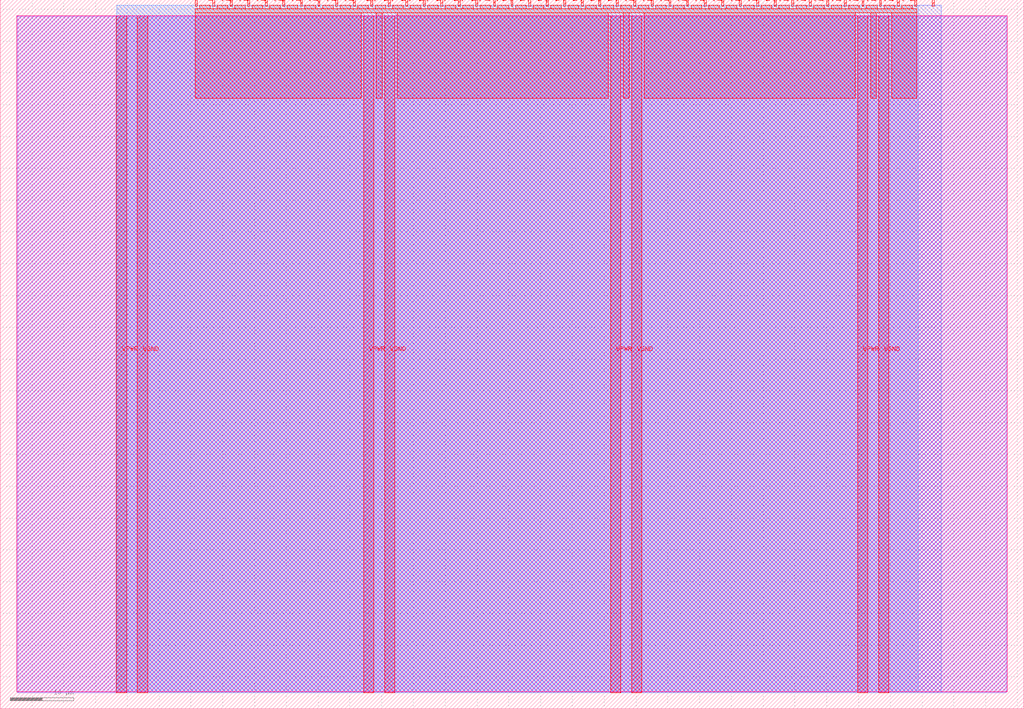
<source format=lef>
VERSION 5.7 ;
  NOWIREEXTENSIONATPIN ON ;
  DIVIDERCHAR "/" ;
  BUSBITCHARS "[]" ;
MACRO tt_um_chip4lyfe
  CLASS BLOCK ;
  FOREIGN tt_um_chip4lyfe ;
  ORIGIN 0.000 0.000 ;
  SIZE 161.000 BY 111.520 ;
  PIN VGND
    DIRECTION INOUT ;
    USE GROUND ;
    PORT
      LAYER met4 ;
        RECT 21.580 2.480 23.180 109.040 ;
    END
    PORT
      LAYER met4 ;
        RECT 60.450 2.480 62.050 109.040 ;
    END
    PORT
      LAYER met4 ;
        RECT 99.320 2.480 100.920 109.040 ;
    END
    PORT
      LAYER met4 ;
        RECT 138.190 2.480 139.790 109.040 ;
    END
  END VGND
  PIN VPWR
    DIRECTION INOUT ;
    USE POWER ;
    PORT
      LAYER met4 ;
        RECT 18.280 2.480 19.880 109.040 ;
    END
    PORT
      LAYER met4 ;
        RECT 57.150 2.480 58.750 109.040 ;
    END
    PORT
      LAYER met4 ;
        RECT 96.020 2.480 97.620 109.040 ;
    END
    PORT
      LAYER met4 ;
        RECT 134.890 2.480 136.490 109.040 ;
    END
  END VPWR
  PIN clk
    DIRECTION INPUT ;
    USE SIGNAL ;
    ANTENNAGATEAREA 0.852000 ;
    PORT
      LAYER met4 ;
        RECT 143.830 110.520 144.130 111.520 ;
    END
  END clk
  PIN ena
    DIRECTION INPUT ;
    USE SIGNAL ;
    PORT
      LAYER met4 ;
        RECT 146.590 110.520 146.890 111.520 ;
    END
  END ena
  PIN rst_n
    DIRECTION INPUT ;
    USE SIGNAL ;
    ANTENNAGATEAREA 0.196500 ;
    PORT
      LAYER met4 ;
        RECT 141.070 110.520 141.370 111.520 ;
    END
  END rst_n
  PIN ui_in[0]
    DIRECTION INPUT ;
    USE SIGNAL ;
    ANTENNAGATEAREA 0.196500 ;
    PORT
      LAYER met4 ;
        RECT 138.310 110.520 138.610 111.520 ;
    END
  END ui_in[0]
  PIN ui_in[1]
    DIRECTION INPUT ;
    USE SIGNAL ;
    ANTENNAGATEAREA 0.196500 ;
    PORT
      LAYER met4 ;
        RECT 135.550 110.520 135.850 111.520 ;
    END
  END ui_in[1]
  PIN ui_in[2]
    DIRECTION INPUT ;
    USE SIGNAL ;
    ANTENNAGATEAREA 0.196500 ;
    PORT
      LAYER met4 ;
        RECT 132.790 110.520 133.090 111.520 ;
    END
  END ui_in[2]
  PIN ui_in[3]
    DIRECTION INPUT ;
    USE SIGNAL ;
    ANTENNAGATEAREA 0.196500 ;
    PORT
      LAYER met4 ;
        RECT 130.030 110.520 130.330 111.520 ;
    END
  END ui_in[3]
  PIN ui_in[4]
    DIRECTION INPUT ;
    USE SIGNAL ;
    ANTENNAGATEAREA 0.196500 ;
    PORT
      LAYER met4 ;
        RECT 127.270 110.520 127.570 111.520 ;
    END
  END ui_in[4]
  PIN ui_in[5]
    DIRECTION INPUT ;
    USE SIGNAL ;
    ANTENNAGATEAREA 0.196500 ;
    PORT
      LAYER met4 ;
        RECT 124.510 110.520 124.810 111.520 ;
    END
  END ui_in[5]
  PIN ui_in[6]
    DIRECTION INPUT ;
    USE SIGNAL ;
    ANTENNAGATEAREA 0.196500 ;
    PORT
      LAYER met4 ;
        RECT 121.750 110.520 122.050 111.520 ;
    END
  END ui_in[6]
  PIN ui_in[7]
    DIRECTION INPUT ;
    USE SIGNAL ;
    ANTENNAGATEAREA 0.196500 ;
    PORT
      LAYER met4 ;
        RECT 118.990 110.520 119.290 111.520 ;
    END
  END ui_in[7]
  PIN uio_in[0]
    DIRECTION INPUT ;
    USE SIGNAL ;
    PORT
      LAYER met4 ;
        RECT 116.230 110.520 116.530 111.520 ;
    END
  END uio_in[0]
  PIN uio_in[1]
    DIRECTION INPUT ;
    USE SIGNAL ;
    PORT
      LAYER met4 ;
        RECT 113.470 110.520 113.770 111.520 ;
    END
  END uio_in[1]
  PIN uio_in[2]
    DIRECTION INPUT ;
    USE SIGNAL ;
    PORT
      LAYER met4 ;
        RECT 110.710 110.520 111.010 111.520 ;
    END
  END uio_in[2]
  PIN uio_in[3]
    DIRECTION INPUT ;
    USE SIGNAL ;
    PORT
      LAYER met4 ;
        RECT 107.950 110.520 108.250 111.520 ;
    END
  END uio_in[3]
  PIN uio_in[4]
    DIRECTION INPUT ;
    USE SIGNAL ;
    PORT
      LAYER met4 ;
        RECT 105.190 110.520 105.490 111.520 ;
    END
  END uio_in[4]
  PIN uio_in[5]
    DIRECTION INPUT ;
    USE SIGNAL ;
    PORT
      LAYER met4 ;
        RECT 102.430 110.520 102.730 111.520 ;
    END
  END uio_in[5]
  PIN uio_in[6]
    DIRECTION INPUT ;
    USE SIGNAL ;
    PORT
      LAYER met4 ;
        RECT 99.670 110.520 99.970 111.520 ;
    END
  END uio_in[6]
  PIN uio_in[7]
    DIRECTION INPUT ;
    USE SIGNAL ;
    PORT
      LAYER met4 ;
        RECT 96.910 110.520 97.210 111.520 ;
    END
  END uio_in[7]
  PIN uio_oe[0]
    DIRECTION OUTPUT ;
    USE SIGNAL ;
    PORT
      LAYER met4 ;
        RECT 49.990 110.520 50.290 111.520 ;
    END
  END uio_oe[0]
  PIN uio_oe[1]
    DIRECTION OUTPUT ;
    USE SIGNAL ;
    PORT
      LAYER met4 ;
        RECT 47.230 110.520 47.530 111.520 ;
    END
  END uio_oe[1]
  PIN uio_oe[2]
    DIRECTION OUTPUT ;
    USE SIGNAL ;
    PORT
      LAYER met4 ;
        RECT 44.470 110.520 44.770 111.520 ;
    END
  END uio_oe[2]
  PIN uio_oe[3]
    DIRECTION OUTPUT ;
    USE SIGNAL ;
    PORT
      LAYER met4 ;
        RECT 41.710 110.520 42.010 111.520 ;
    END
  END uio_oe[3]
  PIN uio_oe[4]
    DIRECTION OUTPUT ;
    USE SIGNAL ;
    PORT
      LAYER met4 ;
        RECT 38.950 110.520 39.250 111.520 ;
    END
  END uio_oe[4]
  PIN uio_oe[5]
    DIRECTION OUTPUT ;
    USE SIGNAL ;
    PORT
      LAYER met4 ;
        RECT 36.190 110.520 36.490 111.520 ;
    END
  END uio_oe[5]
  PIN uio_oe[6]
    DIRECTION OUTPUT ;
    USE SIGNAL ;
    PORT
      LAYER met4 ;
        RECT 33.430 110.520 33.730 111.520 ;
    END
  END uio_oe[6]
  PIN uio_oe[7]
    DIRECTION OUTPUT ;
    USE SIGNAL ;
    PORT
      LAYER met4 ;
        RECT 30.670 110.520 30.970 111.520 ;
    END
  END uio_oe[7]
  PIN uio_out[0]
    DIRECTION OUTPUT ;
    USE SIGNAL ;
    ANTENNADIFFAREA 0.445500 ;
    PORT
      LAYER met4 ;
        RECT 72.070 110.520 72.370 111.520 ;
    END
  END uio_out[0]
  PIN uio_out[1]
    DIRECTION OUTPUT ;
    USE SIGNAL ;
    ANTENNADIFFAREA 0.795200 ;
    PORT
      LAYER met4 ;
        RECT 69.310 110.520 69.610 111.520 ;
    END
  END uio_out[1]
  PIN uio_out[2]
    DIRECTION OUTPUT ;
    USE SIGNAL ;
    ANTENNADIFFAREA 0.445500 ;
    PORT
      LAYER met4 ;
        RECT 66.550 110.520 66.850 111.520 ;
    END
  END uio_out[2]
  PIN uio_out[3]
    DIRECTION OUTPUT ;
    USE SIGNAL ;
    ANTENNADIFFAREA 0.795200 ;
    PORT
      LAYER met4 ;
        RECT 63.790 110.520 64.090 111.520 ;
    END
  END uio_out[3]
  PIN uio_out[4]
    DIRECTION OUTPUT ;
    USE SIGNAL ;
    ANTENNADIFFAREA 0.445500 ;
    PORT
      LAYER met4 ;
        RECT 61.030 110.520 61.330 111.520 ;
    END
  END uio_out[4]
  PIN uio_out[5]
    DIRECTION OUTPUT ;
    USE SIGNAL ;
    ANTENNADIFFAREA 0.445500 ;
    PORT
      LAYER met4 ;
        RECT 58.270 110.520 58.570 111.520 ;
    END
  END uio_out[5]
  PIN uio_out[6]
    DIRECTION OUTPUT ;
    USE SIGNAL ;
    ANTENNADIFFAREA 0.445500 ;
    PORT
      LAYER met4 ;
        RECT 55.510 110.520 55.810 111.520 ;
    END
  END uio_out[6]
  PIN uio_out[7]
    DIRECTION OUTPUT ;
    USE SIGNAL ;
    ANTENNADIFFAREA 0.445500 ;
    PORT
      LAYER met4 ;
        RECT 52.750 110.520 53.050 111.520 ;
    END
  END uio_out[7]
  PIN uo_out[0]
    DIRECTION OUTPUT ;
    USE SIGNAL ;
    ANTENNADIFFAREA 0.445500 ;
    PORT
      LAYER met4 ;
        RECT 94.150 110.520 94.450 111.520 ;
    END
  END uo_out[0]
  PIN uo_out[1]
    DIRECTION OUTPUT ;
    USE SIGNAL ;
    ANTENNAGATEAREA 0.126000 ;
    ANTENNADIFFAREA 0.445500 ;
    PORT
      LAYER met4 ;
        RECT 91.390 110.520 91.690 111.520 ;
    END
  END uo_out[1]
  PIN uo_out[2]
    DIRECTION OUTPUT ;
    USE SIGNAL ;
    ANTENNAGATEAREA 0.373500 ;
    ANTENNADIFFAREA 0.445500 ;
    PORT
      LAYER met4 ;
        RECT 88.630 110.520 88.930 111.520 ;
    END
  END uo_out[2]
  PIN uo_out[3]
    DIRECTION OUTPUT ;
    USE SIGNAL ;
    ANTENNAGATEAREA 0.817500 ;
    ANTENNADIFFAREA 0.891000 ;
    PORT
      LAYER met4 ;
        RECT 85.870 110.520 86.170 111.520 ;
    END
  END uo_out[3]
  PIN uo_out[4]
    DIRECTION OUTPUT ;
    USE SIGNAL ;
    ANTENNADIFFAREA 0.445500 ;
    PORT
      LAYER met4 ;
        RECT 83.110 110.520 83.410 111.520 ;
    END
  END uo_out[4]
  PIN uo_out[5]
    DIRECTION OUTPUT ;
    USE SIGNAL ;
    ANTENNAGATEAREA 0.126000 ;
    ANTENNADIFFAREA 0.445500 ;
    PORT
      LAYER met4 ;
        RECT 80.350 110.520 80.650 111.520 ;
    END
  END uo_out[5]
  PIN uo_out[6]
    DIRECTION OUTPUT ;
    USE SIGNAL ;
    ANTENNAGATEAREA 0.373500 ;
    ANTENNADIFFAREA 0.891000 ;
    PORT
      LAYER met4 ;
        RECT 77.590 110.520 77.890 111.520 ;
    END
  END uo_out[6]
  PIN uo_out[7]
    DIRECTION OUTPUT ;
    USE SIGNAL ;
    ANTENNAGATEAREA 0.817500 ;
    ANTENNADIFFAREA 0.891000 ;
    PORT
      LAYER met4 ;
        RECT 74.830 110.520 75.130 111.520 ;
    END
  END uo_out[7]
  OBS
      LAYER nwell ;
        RECT 2.570 2.635 158.430 108.990 ;
      LAYER li1 ;
        RECT 2.760 2.635 158.240 108.885 ;
      LAYER met1 ;
        RECT 2.760 2.480 158.240 109.040 ;
      LAYER met2 ;
        RECT 18.310 2.535 148.020 110.685 ;
      LAYER met3 ;
        RECT 18.290 2.555 144.370 110.665 ;
      LAYER met4 ;
        RECT 31.370 110.120 33.030 110.665 ;
        RECT 34.130 110.120 35.790 110.665 ;
        RECT 36.890 110.120 38.550 110.665 ;
        RECT 39.650 110.120 41.310 110.665 ;
        RECT 42.410 110.120 44.070 110.665 ;
        RECT 45.170 110.120 46.830 110.665 ;
        RECT 47.930 110.120 49.590 110.665 ;
        RECT 50.690 110.120 52.350 110.665 ;
        RECT 53.450 110.120 55.110 110.665 ;
        RECT 56.210 110.120 57.870 110.665 ;
        RECT 58.970 110.120 60.630 110.665 ;
        RECT 61.730 110.120 63.390 110.665 ;
        RECT 64.490 110.120 66.150 110.665 ;
        RECT 67.250 110.120 68.910 110.665 ;
        RECT 70.010 110.120 71.670 110.665 ;
        RECT 72.770 110.120 74.430 110.665 ;
        RECT 75.530 110.120 77.190 110.665 ;
        RECT 78.290 110.120 79.950 110.665 ;
        RECT 81.050 110.120 82.710 110.665 ;
        RECT 83.810 110.120 85.470 110.665 ;
        RECT 86.570 110.120 88.230 110.665 ;
        RECT 89.330 110.120 90.990 110.665 ;
        RECT 92.090 110.120 93.750 110.665 ;
        RECT 94.850 110.120 96.510 110.665 ;
        RECT 97.610 110.120 99.270 110.665 ;
        RECT 100.370 110.120 102.030 110.665 ;
        RECT 103.130 110.120 104.790 110.665 ;
        RECT 105.890 110.120 107.550 110.665 ;
        RECT 108.650 110.120 110.310 110.665 ;
        RECT 111.410 110.120 113.070 110.665 ;
        RECT 114.170 110.120 115.830 110.665 ;
        RECT 116.930 110.120 118.590 110.665 ;
        RECT 119.690 110.120 121.350 110.665 ;
        RECT 122.450 110.120 124.110 110.665 ;
        RECT 125.210 110.120 126.870 110.665 ;
        RECT 127.970 110.120 129.630 110.665 ;
        RECT 130.730 110.120 132.390 110.665 ;
        RECT 133.490 110.120 135.150 110.665 ;
        RECT 136.250 110.120 137.910 110.665 ;
        RECT 139.010 110.120 140.670 110.665 ;
        RECT 141.770 110.120 143.430 110.665 ;
        RECT 30.655 109.440 144.145 110.120 ;
        RECT 30.655 96.055 56.750 109.440 ;
        RECT 59.150 96.055 60.050 109.440 ;
        RECT 62.450 96.055 95.620 109.440 ;
        RECT 98.020 96.055 98.920 109.440 ;
        RECT 101.320 96.055 134.490 109.440 ;
        RECT 136.890 96.055 137.790 109.440 ;
        RECT 140.190 96.055 144.145 109.440 ;
  END
END tt_um_chip4lyfe
END LIBRARY


</source>
